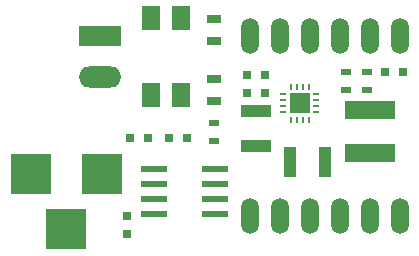
<source format=gbr>
G04 #@! TF.FileFunction,Soldermask,Top*
%FSLAX46Y46*%
G04 Gerber Fmt 4.6, Leading zero omitted, Abs format (unit mm)*
G04 Created by KiCad (PCBNEW 4.0.4-stable) date 11/12/16 20:40:28*
%MOMM*%
%LPD*%
G01*
G04 APERTURE LIST*
%ADD10C,0.100000*%
%ADD11R,0.750000X0.800000*%
%ADD12R,0.800000X0.750000*%
%ADD13R,2.500000X1.000000*%
%ADD14R,1.000000X2.500000*%
%ADD15R,1.550000X2.100000*%
%ADD16R,1.300000X0.700000*%
%ADD17R,3.600000X1.800000*%
%ADD18O,3.600000X1.800000*%
%ADD19R,0.900000X0.500000*%
%ADD20R,2.199640X0.599440*%
%ADD21R,4.200000X1.500000*%
%ADD22O,1.506220X3.014980*%
%ADD23O,0.600000X0.250000*%
%ADD24O,0.250000X0.600000*%
%ADD25R,1.700000X1.700000*%
%ADD26R,3.500120X3.500120*%
%ADD27R,0.797560X0.797560*%
G04 APERTURE END LIST*
D10*
D11*
X123190000Y-117844000D03*
X123190000Y-116344000D03*
D12*
X123456000Y-109728000D03*
X124956000Y-109728000D03*
D11*
X134874000Y-104406000D03*
X134874000Y-105906000D03*
X133350000Y-105906000D03*
X133350000Y-104406000D03*
D13*
X134112000Y-107466000D03*
X134112000Y-110466000D03*
D14*
X139930000Y-111760000D03*
X136930000Y-111760000D03*
D15*
X125222000Y-99620000D03*
X125222000Y-106120000D03*
X127762000Y-99620000D03*
X127762000Y-106120000D03*
D16*
X130556000Y-104714000D03*
X130556000Y-106614000D03*
X130556000Y-101534000D03*
X130556000Y-99634000D03*
D17*
X120904000Y-101092000D03*
D18*
X120904000Y-104592000D03*
D19*
X141732000Y-104152000D03*
X141732000Y-105652000D03*
D20*
X130614420Y-116205000D03*
X130614420Y-114935000D03*
X130614420Y-113665000D03*
X130614420Y-112395000D03*
X125417580Y-112395000D03*
X125417580Y-113665000D03*
X125417580Y-114935000D03*
X125417580Y-116205000D03*
D21*
X143764000Y-107420000D03*
X143764000Y-111020000D03*
D22*
X133604000Y-116332000D03*
X136144000Y-116332000D03*
X138684000Y-116332000D03*
X141224000Y-116332000D03*
X143764000Y-116332000D03*
X146304000Y-116332000D03*
X133604000Y-101092000D03*
X136144000Y-101092000D03*
X138684000Y-101092000D03*
X141224000Y-101092000D03*
X143764000Y-101092000D03*
X146304000Y-101092000D03*
D23*
X139195000Y-107557000D03*
X139195000Y-107057000D03*
X139195000Y-106557000D03*
X139195000Y-106057000D03*
D24*
X138545000Y-105407000D03*
X138045000Y-105407000D03*
X137545000Y-105407000D03*
X137045000Y-105407000D03*
D23*
X136395000Y-106057000D03*
X136395000Y-106557000D03*
X136395000Y-107057000D03*
X136395000Y-107557000D03*
D24*
X137045000Y-108207000D03*
X137545000Y-108207000D03*
X138045000Y-108207000D03*
X138545000Y-108207000D03*
D25*
X137795000Y-106807000D03*
D26*
X121008140Y-112776000D03*
X115008660Y-112776000D03*
X118008400Y-117475000D03*
D27*
X128257300Y-109728000D03*
X126758700Y-109728000D03*
D19*
X130556000Y-108470000D03*
X130556000Y-109970000D03*
D27*
X145046700Y-104140000D03*
X146545300Y-104140000D03*
D19*
X143510000Y-105652000D03*
X143510000Y-104152000D03*
M02*

</source>
